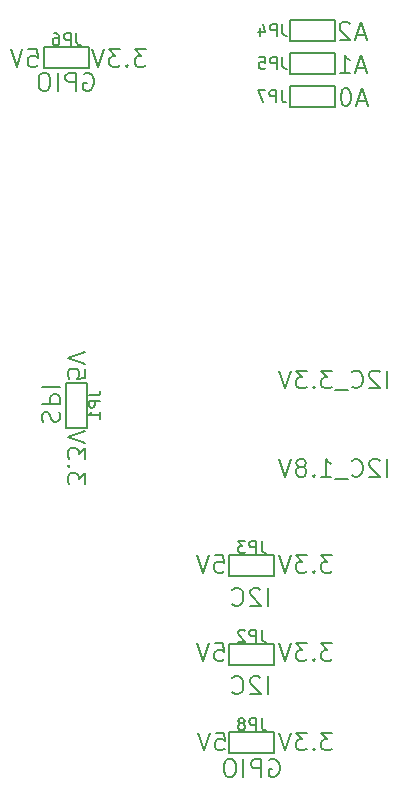
<source format=gbo>
G04 #@! TF.FileFunction,Legend,Bot*
%FSLAX46Y46*%
G04 Gerber Fmt 4.6, Leading zero omitted, Abs format (unit mm)*
G04 Created by KiCad (PCBNEW 4.0.4-stable) date 12/01/16 01:31:52*
%MOMM*%
%LPD*%
G01*
G04 APERTURE LIST*
%ADD10C,0.100000*%
%ADD11C,0.200000*%
%ADD12C,0.150000*%
%ADD13R,1.350000X1.350000*%
%ADD14C,1.350000*%
%ADD15R,1.270000X0.965200*%
%ADD16R,0.965200X1.270000*%
%ADD17R,2.235200X2.235200*%
%ADD18R,2.032000X2.032000*%
%ADD19O,2.032000X2.032000*%
%ADD20R,2.032000X1.727200*%
%ADD21O,2.032000X1.727200*%
%ADD22R,1.750000X1.750000*%
%ADD23C,1.750000*%
%ADD24R,2.500000X2.500000*%
%ADD25C,2.500000*%
%ADD26C,1.501140*%
%ADD27R,1.700000X1.700000*%
%ADD28C,1.700000*%
G04 APERTURE END LIST*
D10*
D11*
X176500000Y-82250000D02*
X176642857Y-82178571D01*
X176857143Y-82178571D01*
X177071428Y-82250000D01*
X177214286Y-82392857D01*
X177285714Y-82535714D01*
X177357143Y-82821429D01*
X177357143Y-83035714D01*
X177285714Y-83321429D01*
X177214286Y-83464286D01*
X177071428Y-83607143D01*
X176857143Y-83678571D01*
X176714286Y-83678571D01*
X176500000Y-83607143D01*
X176428571Y-83535714D01*
X176428571Y-83035714D01*
X176714286Y-83035714D01*
X175785714Y-83678571D02*
X175785714Y-82178571D01*
X175214286Y-82178571D01*
X175071428Y-82250000D01*
X175000000Y-82321429D01*
X174928571Y-82464286D01*
X174928571Y-82678571D01*
X175000000Y-82821429D01*
X175071428Y-82892857D01*
X175214286Y-82964286D01*
X175785714Y-82964286D01*
X174285714Y-83678571D02*
X174285714Y-82178571D01*
X173285714Y-82178571D02*
X173000000Y-82178571D01*
X172857142Y-82250000D01*
X172714285Y-82392857D01*
X172642857Y-82678571D01*
X172642857Y-83178571D01*
X172714285Y-83464286D01*
X172857142Y-83607143D01*
X173000000Y-83678571D01*
X173285714Y-83678571D01*
X173428571Y-83607143D01*
X173571428Y-83464286D01*
X173642857Y-83178571D01*
X173642857Y-82678571D01*
X173571428Y-82392857D01*
X173428571Y-82250000D01*
X173285714Y-82178571D01*
X172992857Y-111735714D02*
X172921429Y-111521428D01*
X172921429Y-111164285D01*
X172992857Y-111021428D01*
X173064286Y-110949999D01*
X173207143Y-110878571D01*
X173350000Y-110878571D01*
X173492857Y-110949999D01*
X173564286Y-111021428D01*
X173635714Y-111164285D01*
X173707143Y-111449999D01*
X173778571Y-111592857D01*
X173850000Y-111664285D01*
X173992857Y-111735714D01*
X174135714Y-111735714D01*
X174278571Y-111664285D01*
X174350000Y-111592857D01*
X174421429Y-111449999D01*
X174421429Y-111092857D01*
X174350000Y-110878571D01*
X172921429Y-110235714D02*
X174421429Y-110235714D01*
X174421429Y-109664286D01*
X174350000Y-109521428D01*
X174278571Y-109450000D01*
X174135714Y-109378571D01*
X173921429Y-109378571D01*
X173778571Y-109450000D01*
X173707143Y-109521428D01*
X173635714Y-109664286D01*
X173635714Y-110235714D01*
X172921429Y-108735714D02*
X174421429Y-108735714D01*
X176621429Y-107285713D02*
X176621429Y-107999999D01*
X175907143Y-108071428D01*
X175978571Y-107999999D01*
X176050000Y-107857142D01*
X176050000Y-107499999D01*
X175978571Y-107357142D01*
X175907143Y-107285713D01*
X175764286Y-107214285D01*
X175407143Y-107214285D01*
X175264286Y-107285713D01*
X175192857Y-107357142D01*
X175121429Y-107499999D01*
X175121429Y-107857142D01*
X175192857Y-107999999D01*
X175264286Y-108071428D01*
X176621429Y-106785714D02*
X175121429Y-106285714D01*
X176621429Y-105785714D01*
X176621429Y-117014285D02*
X176621429Y-116085714D01*
X176050000Y-116585714D01*
X176050000Y-116371428D01*
X175978571Y-116228571D01*
X175907143Y-116157142D01*
X175764286Y-116085714D01*
X175407143Y-116085714D01*
X175264286Y-116157142D01*
X175192857Y-116228571D01*
X175121429Y-116371428D01*
X175121429Y-116800000D01*
X175192857Y-116942857D01*
X175264286Y-117014285D01*
X175264286Y-115442857D02*
X175192857Y-115371429D01*
X175121429Y-115442857D01*
X175192857Y-115514286D01*
X175264286Y-115442857D01*
X175121429Y-115442857D01*
X176621429Y-114871428D02*
X176621429Y-113942857D01*
X176050000Y-114442857D01*
X176050000Y-114228571D01*
X175978571Y-114085714D01*
X175907143Y-114014285D01*
X175764286Y-113942857D01*
X175407143Y-113942857D01*
X175264286Y-114014285D01*
X175192857Y-114085714D01*
X175121429Y-114228571D01*
X175121429Y-114657143D01*
X175192857Y-114800000D01*
X175264286Y-114871428D01*
X176621429Y-113514286D02*
X175121429Y-113014286D01*
X176621429Y-112514286D01*
X171785713Y-80178571D02*
X172499999Y-80178571D01*
X172571428Y-80892857D01*
X172499999Y-80821429D01*
X172357142Y-80750000D01*
X171999999Y-80750000D01*
X171857142Y-80821429D01*
X171785713Y-80892857D01*
X171714285Y-81035714D01*
X171714285Y-81392857D01*
X171785713Y-81535714D01*
X171857142Y-81607143D01*
X171999999Y-81678571D01*
X172357142Y-81678571D01*
X172499999Y-81607143D01*
X172571428Y-81535714D01*
X171285714Y-80178571D02*
X170785714Y-81678571D01*
X170285714Y-80178571D01*
X181714285Y-80178571D02*
X180785714Y-80178571D01*
X181285714Y-80750000D01*
X181071428Y-80750000D01*
X180928571Y-80821429D01*
X180857142Y-80892857D01*
X180785714Y-81035714D01*
X180785714Y-81392857D01*
X180857142Y-81535714D01*
X180928571Y-81607143D01*
X181071428Y-81678571D01*
X181500000Y-81678571D01*
X181642857Y-81607143D01*
X181714285Y-81535714D01*
X180142857Y-81535714D02*
X180071429Y-81607143D01*
X180142857Y-81678571D01*
X180214286Y-81607143D01*
X180142857Y-81535714D01*
X180142857Y-81678571D01*
X179571428Y-80178571D02*
X178642857Y-80178571D01*
X179142857Y-80750000D01*
X178928571Y-80750000D01*
X178785714Y-80821429D01*
X178714285Y-80892857D01*
X178642857Y-81035714D01*
X178642857Y-81392857D01*
X178714285Y-81535714D01*
X178785714Y-81607143D01*
X178928571Y-81678571D01*
X179357143Y-81678571D01*
X179500000Y-81607143D01*
X179571428Y-81535714D01*
X178214286Y-80178571D02*
X177714286Y-81678571D01*
X177214286Y-80178571D01*
X200271428Y-81750000D02*
X199557142Y-81750000D01*
X200414285Y-82178571D02*
X199914285Y-80678571D01*
X199414285Y-82178571D01*
X198128571Y-82178571D02*
X198985714Y-82178571D01*
X198557142Y-82178571D02*
X198557142Y-80678571D01*
X198699999Y-80892857D01*
X198842857Y-81035714D01*
X198985714Y-81107143D01*
X200371428Y-84550000D02*
X199657142Y-84550000D01*
X200514285Y-84978571D02*
X200014285Y-83478571D01*
X199514285Y-84978571D01*
X198728571Y-83478571D02*
X198585714Y-83478571D01*
X198442857Y-83550000D01*
X198371428Y-83621429D01*
X198299999Y-83764286D01*
X198228571Y-84050000D01*
X198228571Y-84407143D01*
X198299999Y-84692857D01*
X198371428Y-84835714D01*
X198442857Y-84907143D01*
X198585714Y-84978571D01*
X198728571Y-84978571D01*
X198871428Y-84907143D01*
X198942857Y-84835714D01*
X199014285Y-84692857D01*
X199085714Y-84407143D01*
X199085714Y-84050000D01*
X199014285Y-83764286D01*
X198942857Y-83621429D01*
X198871428Y-83550000D01*
X198728571Y-83478571D01*
X200271428Y-78950000D02*
X199557142Y-78950000D01*
X200414285Y-79378571D02*
X199914285Y-77878571D01*
X199414285Y-79378571D01*
X198985714Y-78021429D02*
X198914285Y-77950000D01*
X198771428Y-77878571D01*
X198414285Y-77878571D01*
X198271428Y-77950000D01*
X198199999Y-78021429D01*
X198128571Y-78164286D01*
X198128571Y-78307143D01*
X198199999Y-78521429D01*
X199057142Y-79378571D01*
X198128571Y-79378571D01*
X192200000Y-140350000D02*
X192342857Y-140278571D01*
X192557143Y-140278571D01*
X192771428Y-140350000D01*
X192914286Y-140492857D01*
X192985714Y-140635714D01*
X193057143Y-140921429D01*
X193057143Y-141135714D01*
X192985714Y-141421429D01*
X192914286Y-141564286D01*
X192771428Y-141707143D01*
X192557143Y-141778571D01*
X192414286Y-141778571D01*
X192200000Y-141707143D01*
X192128571Y-141635714D01*
X192128571Y-141135714D01*
X192414286Y-141135714D01*
X191485714Y-141778571D02*
X191485714Y-140278571D01*
X190914286Y-140278571D01*
X190771428Y-140350000D01*
X190700000Y-140421429D01*
X190628571Y-140564286D01*
X190628571Y-140778571D01*
X190700000Y-140921429D01*
X190771428Y-140992857D01*
X190914286Y-141064286D01*
X191485714Y-141064286D01*
X189985714Y-141778571D02*
X189985714Y-140278571D01*
X188985714Y-140278571D02*
X188700000Y-140278571D01*
X188557142Y-140350000D01*
X188414285Y-140492857D01*
X188342857Y-140778571D01*
X188342857Y-141278571D01*
X188414285Y-141564286D01*
X188557142Y-141707143D01*
X188700000Y-141778571D01*
X188985714Y-141778571D01*
X189128571Y-141707143D01*
X189271428Y-141564286D01*
X189342857Y-141278571D01*
X189342857Y-140778571D01*
X189271428Y-140492857D01*
X189128571Y-140350000D01*
X188985714Y-140278571D01*
X192064285Y-134778571D02*
X192064285Y-133278571D01*
X191421428Y-133421429D02*
X191349999Y-133350000D01*
X191207142Y-133278571D01*
X190849999Y-133278571D01*
X190707142Y-133350000D01*
X190635713Y-133421429D01*
X190564285Y-133564286D01*
X190564285Y-133707143D01*
X190635713Y-133921429D01*
X191492856Y-134778571D01*
X190564285Y-134778571D01*
X189064285Y-134635714D02*
X189135714Y-134707143D01*
X189350000Y-134778571D01*
X189492857Y-134778571D01*
X189707142Y-134707143D01*
X189850000Y-134564286D01*
X189921428Y-134421429D01*
X189992857Y-134135714D01*
X189992857Y-133921429D01*
X189921428Y-133635714D01*
X189850000Y-133492857D01*
X189707142Y-133350000D01*
X189492857Y-133278571D01*
X189350000Y-133278571D01*
X189135714Y-133350000D01*
X189064285Y-133421429D01*
X202164285Y-108878571D02*
X202164285Y-107378571D01*
X201521428Y-107521429D02*
X201449999Y-107450000D01*
X201307142Y-107378571D01*
X200949999Y-107378571D01*
X200807142Y-107450000D01*
X200735713Y-107521429D01*
X200664285Y-107664286D01*
X200664285Y-107807143D01*
X200735713Y-108021429D01*
X201592856Y-108878571D01*
X200664285Y-108878571D01*
X199164285Y-108735714D02*
X199235714Y-108807143D01*
X199450000Y-108878571D01*
X199592857Y-108878571D01*
X199807142Y-108807143D01*
X199950000Y-108664286D01*
X200021428Y-108521429D01*
X200092857Y-108235714D01*
X200092857Y-108021429D01*
X200021428Y-107735714D01*
X199950000Y-107592857D01*
X199807142Y-107450000D01*
X199592857Y-107378571D01*
X199450000Y-107378571D01*
X199235714Y-107450000D01*
X199164285Y-107521429D01*
X198878571Y-109021429D02*
X197735714Y-109021429D01*
X197521428Y-107378571D02*
X196592857Y-107378571D01*
X197092857Y-107950000D01*
X196878571Y-107950000D01*
X196735714Y-108021429D01*
X196664285Y-108092857D01*
X196592857Y-108235714D01*
X196592857Y-108592857D01*
X196664285Y-108735714D01*
X196735714Y-108807143D01*
X196878571Y-108878571D01*
X197307143Y-108878571D01*
X197450000Y-108807143D01*
X197521428Y-108735714D01*
X195950000Y-108735714D02*
X195878572Y-108807143D01*
X195950000Y-108878571D01*
X196021429Y-108807143D01*
X195950000Y-108735714D01*
X195950000Y-108878571D01*
X195378571Y-107378571D02*
X194450000Y-107378571D01*
X194950000Y-107950000D01*
X194735714Y-107950000D01*
X194592857Y-108021429D01*
X194521428Y-108092857D01*
X194450000Y-108235714D01*
X194450000Y-108592857D01*
X194521428Y-108735714D01*
X194592857Y-108807143D01*
X194735714Y-108878571D01*
X195164286Y-108878571D01*
X195307143Y-108807143D01*
X195378571Y-108735714D01*
X194021429Y-107378571D02*
X193521429Y-108878571D01*
X193021429Y-107378571D01*
X202164285Y-116378571D02*
X202164285Y-114878571D01*
X201521428Y-115021429D02*
X201449999Y-114950000D01*
X201307142Y-114878571D01*
X200949999Y-114878571D01*
X200807142Y-114950000D01*
X200735713Y-115021429D01*
X200664285Y-115164286D01*
X200664285Y-115307143D01*
X200735713Y-115521429D01*
X201592856Y-116378571D01*
X200664285Y-116378571D01*
X199164285Y-116235714D02*
X199235714Y-116307143D01*
X199450000Y-116378571D01*
X199592857Y-116378571D01*
X199807142Y-116307143D01*
X199950000Y-116164286D01*
X200021428Y-116021429D01*
X200092857Y-115735714D01*
X200092857Y-115521429D01*
X200021428Y-115235714D01*
X199950000Y-115092857D01*
X199807142Y-114950000D01*
X199592857Y-114878571D01*
X199450000Y-114878571D01*
X199235714Y-114950000D01*
X199164285Y-115021429D01*
X198878571Y-116521429D02*
X197735714Y-116521429D01*
X196592857Y-116378571D02*
X197450000Y-116378571D01*
X197021428Y-116378571D02*
X197021428Y-114878571D01*
X197164285Y-115092857D01*
X197307143Y-115235714D01*
X197450000Y-115307143D01*
X195950000Y-116235714D02*
X195878572Y-116307143D01*
X195950000Y-116378571D01*
X196021429Y-116307143D01*
X195950000Y-116235714D01*
X195950000Y-116378571D01*
X195021428Y-115521429D02*
X195164286Y-115450000D01*
X195235714Y-115378571D01*
X195307143Y-115235714D01*
X195307143Y-115164286D01*
X195235714Y-115021429D01*
X195164286Y-114950000D01*
X195021428Y-114878571D01*
X194735714Y-114878571D01*
X194592857Y-114950000D01*
X194521428Y-115021429D01*
X194450000Y-115164286D01*
X194450000Y-115235714D01*
X194521428Y-115378571D01*
X194592857Y-115450000D01*
X194735714Y-115521429D01*
X195021428Y-115521429D01*
X195164286Y-115592857D01*
X195235714Y-115664286D01*
X195307143Y-115807143D01*
X195307143Y-116092857D01*
X195235714Y-116235714D01*
X195164286Y-116307143D01*
X195021428Y-116378571D01*
X194735714Y-116378571D01*
X194592857Y-116307143D01*
X194521428Y-116235714D01*
X194450000Y-116092857D01*
X194450000Y-115807143D01*
X194521428Y-115664286D01*
X194592857Y-115592857D01*
X194735714Y-115521429D01*
X194021429Y-114878571D02*
X193521429Y-116378571D01*
X193021429Y-114878571D01*
X192064285Y-127278571D02*
X192064285Y-125778571D01*
X191421428Y-125921429D02*
X191349999Y-125850000D01*
X191207142Y-125778571D01*
X190849999Y-125778571D01*
X190707142Y-125850000D01*
X190635713Y-125921429D01*
X190564285Y-126064286D01*
X190564285Y-126207143D01*
X190635713Y-126421429D01*
X191492856Y-127278571D01*
X190564285Y-127278571D01*
X189064285Y-127135714D02*
X189135714Y-127207143D01*
X189350000Y-127278571D01*
X189492857Y-127278571D01*
X189707142Y-127207143D01*
X189850000Y-127064286D01*
X189921428Y-126921429D01*
X189992857Y-126635714D01*
X189992857Y-126421429D01*
X189921428Y-126135714D01*
X189850000Y-125992857D01*
X189707142Y-125850000D01*
X189492857Y-125778571D01*
X189350000Y-125778571D01*
X189135714Y-125850000D01*
X189064285Y-125921429D01*
X187585713Y-122978571D02*
X188299999Y-122978571D01*
X188371428Y-123692857D01*
X188299999Y-123621429D01*
X188157142Y-123550000D01*
X187799999Y-123550000D01*
X187657142Y-123621429D01*
X187585713Y-123692857D01*
X187514285Y-123835714D01*
X187514285Y-124192857D01*
X187585713Y-124335714D01*
X187657142Y-124407143D01*
X187799999Y-124478571D01*
X188157142Y-124478571D01*
X188299999Y-124407143D01*
X188371428Y-124335714D01*
X187085714Y-122978571D02*
X186585714Y-124478571D01*
X186085714Y-122978571D01*
X187585713Y-130478571D02*
X188299999Y-130478571D01*
X188371428Y-131192857D01*
X188299999Y-131121429D01*
X188157142Y-131050000D01*
X187799999Y-131050000D01*
X187657142Y-131121429D01*
X187585713Y-131192857D01*
X187514285Y-131335714D01*
X187514285Y-131692857D01*
X187585713Y-131835714D01*
X187657142Y-131907143D01*
X187799999Y-131978571D01*
X188157142Y-131978571D01*
X188299999Y-131907143D01*
X188371428Y-131835714D01*
X187085714Y-130478571D02*
X186585714Y-131978571D01*
X186085714Y-130478571D01*
X187635713Y-138028571D02*
X188349999Y-138028571D01*
X188421428Y-138742857D01*
X188349999Y-138671429D01*
X188207142Y-138600000D01*
X187849999Y-138600000D01*
X187707142Y-138671429D01*
X187635713Y-138742857D01*
X187564285Y-138885714D01*
X187564285Y-139242857D01*
X187635713Y-139385714D01*
X187707142Y-139457143D01*
X187849999Y-139528571D01*
X188207142Y-139528571D01*
X188349999Y-139457143D01*
X188421428Y-139385714D01*
X187135714Y-138028571D02*
X186635714Y-139528571D01*
X186135714Y-138028571D01*
X197514285Y-138028571D02*
X196585714Y-138028571D01*
X197085714Y-138600000D01*
X196871428Y-138600000D01*
X196728571Y-138671429D01*
X196657142Y-138742857D01*
X196585714Y-138885714D01*
X196585714Y-139242857D01*
X196657142Y-139385714D01*
X196728571Y-139457143D01*
X196871428Y-139528571D01*
X197300000Y-139528571D01*
X197442857Y-139457143D01*
X197514285Y-139385714D01*
X195942857Y-139385714D02*
X195871429Y-139457143D01*
X195942857Y-139528571D01*
X196014286Y-139457143D01*
X195942857Y-139385714D01*
X195942857Y-139528571D01*
X195371428Y-138028571D02*
X194442857Y-138028571D01*
X194942857Y-138600000D01*
X194728571Y-138600000D01*
X194585714Y-138671429D01*
X194514285Y-138742857D01*
X194442857Y-138885714D01*
X194442857Y-139242857D01*
X194514285Y-139385714D01*
X194585714Y-139457143D01*
X194728571Y-139528571D01*
X195157143Y-139528571D01*
X195300000Y-139457143D01*
X195371428Y-139385714D01*
X194014286Y-138028571D02*
X193514286Y-139528571D01*
X193014286Y-138028571D01*
X197514285Y-130478571D02*
X196585714Y-130478571D01*
X197085714Y-131050000D01*
X196871428Y-131050000D01*
X196728571Y-131121429D01*
X196657142Y-131192857D01*
X196585714Y-131335714D01*
X196585714Y-131692857D01*
X196657142Y-131835714D01*
X196728571Y-131907143D01*
X196871428Y-131978571D01*
X197300000Y-131978571D01*
X197442857Y-131907143D01*
X197514285Y-131835714D01*
X195942857Y-131835714D02*
X195871429Y-131907143D01*
X195942857Y-131978571D01*
X196014286Y-131907143D01*
X195942857Y-131835714D01*
X195942857Y-131978571D01*
X195371428Y-130478571D02*
X194442857Y-130478571D01*
X194942857Y-131050000D01*
X194728571Y-131050000D01*
X194585714Y-131121429D01*
X194514285Y-131192857D01*
X194442857Y-131335714D01*
X194442857Y-131692857D01*
X194514285Y-131835714D01*
X194585714Y-131907143D01*
X194728571Y-131978571D01*
X195157143Y-131978571D01*
X195300000Y-131907143D01*
X195371428Y-131835714D01*
X194014286Y-130478571D02*
X193514286Y-131978571D01*
X193014286Y-130478571D01*
X197514285Y-122978571D02*
X196585714Y-122978571D01*
X197085714Y-123550000D01*
X196871428Y-123550000D01*
X196728571Y-123621429D01*
X196657142Y-123692857D01*
X196585714Y-123835714D01*
X196585714Y-124192857D01*
X196657142Y-124335714D01*
X196728571Y-124407143D01*
X196871428Y-124478571D01*
X197300000Y-124478571D01*
X197442857Y-124407143D01*
X197514285Y-124335714D01*
X195942857Y-124335714D02*
X195871429Y-124407143D01*
X195942857Y-124478571D01*
X196014286Y-124407143D01*
X195942857Y-124335714D01*
X195942857Y-124478571D01*
X195371428Y-122978571D02*
X194442857Y-122978571D01*
X194942857Y-123550000D01*
X194728571Y-123550000D01*
X194585714Y-123621429D01*
X194514285Y-123692857D01*
X194442857Y-123835714D01*
X194442857Y-124192857D01*
X194514285Y-124335714D01*
X194585714Y-124407143D01*
X194728571Y-124478571D01*
X195157143Y-124478571D01*
X195300000Y-124407143D01*
X195371428Y-124335714D01*
X194014286Y-122978571D02*
X193514286Y-124478571D01*
X193014286Y-122978571D01*
D12*
X175011000Y-112205000D02*
X175011000Y-108395000D01*
X175011000Y-108395000D02*
X176789000Y-108395000D01*
X176789000Y-108395000D02*
X176789000Y-112205000D01*
X175011000Y-112205000D02*
X176789000Y-112205000D01*
X192605000Y-132289000D02*
X188795000Y-132289000D01*
X188795000Y-132289000D02*
X188795000Y-130511000D01*
X188795000Y-130511000D02*
X192605000Y-130511000D01*
X192605000Y-132289000D02*
X192605000Y-130511000D01*
X192605000Y-124789000D02*
X188795000Y-124789000D01*
X188795000Y-124789000D02*
X188795000Y-123011000D01*
X188795000Y-123011000D02*
X192605000Y-123011000D01*
X192605000Y-124789000D02*
X192605000Y-123011000D01*
X197705000Y-79489000D02*
X193895000Y-79489000D01*
X193895000Y-79489000D02*
X193895000Y-77711000D01*
X193895000Y-77711000D02*
X197705000Y-77711000D01*
X197705000Y-79489000D02*
X197705000Y-77711000D01*
X197705000Y-82289000D02*
X193895000Y-82289000D01*
X193895000Y-82289000D02*
X193895000Y-80511000D01*
X193895000Y-80511000D02*
X197705000Y-80511000D01*
X197705000Y-82289000D02*
X197705000Y-80511000D01*
X176905000Y-81789000D02*
X173095000Y-81789000D01*
X173095000Y-81789000D02*
X173095000Y-80011000D01*
X173095000Y-80011000D02*
X176905000Y-80011000D01*
X176905000Y-81789000D02*
X176905000Y-80011000D01*
X197705000Y-85089000D02*
X193895000Y-85089000D01*
X193895000Y-85089000D02*
X193895000Y-83311000D01*
X193895000Y-83311000D02*
X197705000Y-83311000D01*
X197705000Y-85089000D02*
X197705000Y-83311000D01*
X192605000Y-139789000D02*
X188795000Y-139789000D01*
X188795000Y-139789000D02*
X188795000Y-138011000D01*
X188795000Y-138011000D02*
X192605000Y-138011000D01*
X192605000Y-139789000D02*
X192605000Y-138011000D01*
X176876381Y-109466667D02*
X177590667Y-109466667D01*
X177733524Y-109419047D01*
X177828762Y-109323809D01*
X177876381Y-109180952D01*
X177876381Y-109085714D01*
X177876381Y-109942857D02*
X176876381Y-109942857D01*
X176876381Y-110323810D01*
X176924000Y-110419048D01*
X176971619Y-110466667D01*
X177066857Y-110514286D01*
X177209714Y-110514286D01*
X177304952Y-110466667D01*
X177352571Y-110419048D01*
X177400190Y-110323810D01*
X177400190Y-109942857D01*
X177876381Y-111466667D02*
X177876381Y-110895238D01*
X177876381Y-111180952D02*
X176876381Y-111180952D01*
X177019238Y-111085714D01*
X177114476Y-110990476D01*
X177162095Y-110895238D01*
X191533333Y-129328381D02*
X191533333Y-130042667D01*
X191580953Y-130185524D01*
X191676191Y-130280762D01*
X191819048Y-130328381D01*
X191914286Y-130328381D01*
X191057143Y-130328381D02*
X191057143Y-129328381D01*
X190676190Y-129328381D01*
X190580952Y-129376000D01*
X190533333Y-129423619D01*
X190485714Y-129518857D01*
X190485714Y-129661714D01*
X190533333Y-129756952D01*
X190580952Y-129804571D01*
X190676190Y-129852190D01*
X191057143Y-129852190D01*
X190104762Y-129423619D02*
X190057143Y-129376000D01*
X189961905Y-129328381D01*
X189723809Y-129328381D01*
X189628571Y-129376000D01*
X189580952Y-129423619D01*
X189533333Y-129518857D01*
X189533333Y-129614095D01*
X189580952Y-129756952D01*
X190152381Y-130328381D01*
X189533333Y-130328381D01*
X191533333Y-121828381D02*
X191533333Y-122542667D01*
X191580953Y-122685524D01*
X191676191Y-122780762D01*
X191819048Y-122828381D01*
X191914286Y-122828381D01*
X191057143Y-122828381D02*
X191057143Y-121828381D01*
X190676190Y-121828381D01*
X190580952Y-121876000D01*
X190533333Y-121923619D01*
X190485714Y-122018857D01*
X190485714Y-122161714D01*
X190533333Y-122256952D01*
X190580952Y-122304571D01*
X190676190Y-122352190D01*
X191057143Y-122352190D01*
X190152381Y-121828381D02*
X189533333Y-121828381D01*
X189866667Y-122209333D01*
X189723809Y-122209333D01*
X189628571Y-122256952D01*
X189580952Y-122304571D01*
X189533333Y-122399810D01*
X189533333Y-122637905D01*
X189580952Y-122733143D01*
X189628571Y-122780762D01*
X189723809Y-122828381D01*
X190009524Y-122828381D01*
X190104762Y-122780762D01*
X190152381Y-122733143D01*
X193276191Y-78052381D02*
X193276191Y-78766667D01*
X193323811Y-78909524D01*
X193419049Y-79004762D01*
X193561906Y-79052381D01*
X193657144Y-79052381D01*
X192800001Y-79052381D02*
X192800001Y-78052381D01*
X192419048Y-78052381D01*
X192323810Y-78100000D01*
X192276191Y-78147619D01*
X192228572Y-78242857D01*
X192228572Y-78385714D01*
X192276191Y-78480952D01*
X192323810Y-78528571D01*
X192419048Y-78576190D01*
X192800001Y-78576190D01*
X191371429Y-78385714D02*
X191371429Y-79052381D01*
X191609525Y-78004762D02*
X191847620Y-78719048D01*
X191228572Y-78719048D01*
X193276191Y-80852381D02*
X193276191Y-81566667D01*
X193323811Y-81709524D01*
X193419049Y-81804762D01*
X193561906Y-81852381D01*
X193657144Y-81852381D01*
X192800001Y-81852381D02*
X192800001Y-80852381D01*
X192419048Y-80852381D01*
X192323810Y-80900000D01*
X192276191Y-80947619D01*
X192228572Y-81042857D01*
X192228572Y-81185714D01*
X192276191Y-81280952D01*
X192323810Y-81328571D01*
X192419048Y-81376190D01*
X192800001Y-81376190D01*
X191323810Y-80852381D02*
X191800001Y-80852381D01*
X191847620Y-81328571D01*
X191800001Y-81280952D01*
X191704763Y-81233333D01*
X191466667Y-81233333D01*
X191371429Y-81280952D01*
X191323810Y-81328571D01*
X191276191Y-81423810D01*
X191276191Y-81661905D01*
X191323810Y-81757143D01*
X191371429Y-81804762D01*
X191466667Y-81852381D01*
X191704763Y-81852381D01*
X191800001Y-81804762D01*
X191847620Y-81757143D01*
X175833333Y-78828381D02*
X175833333Y-79542667D01*
X175880953Y-79685524D01*
X175976191Y-79780762D01*
X176119048Y-79828381D01*
X176214286Y-79828381D01*
X175357143Y-79828381D02*
X175357143Y-78828381D01*
X174976190Y-78828381D01*
X174880952Y-78876000D01*
X174833333Y-78923619D01*
X174785714Y-79018857D01*
X174785714Y-79161714D01*
X174833333Y-79256952D01*
X174880952Y-79304571D01*
X174976190Y-79352190D01*
X175357143Y-79352190D01*
X173928571Y-78828381D02*
X174119048Y-78828381D01*
X174214286Y-78876000D01*
X174261905Y-78923619D01*
X174357143Y-79066476D01*
X174404762Y-79256952D01*
X174404762Y-79637905D01*
X174357143Y-79733143D01*
X174309524Y-79780762D01*
X174214286Y-79828381D01*
X174023809Y-79828381D01*
X173928571Y-79780762D01*
X173880952Y-79733143D01*
X173833333Y-79637905D01*
X173833333Y-79399810D01*
X173880952Y-79304571D01*
X173928571Y-79256952D01*
X174023809Y-79209333D01*
X174214286Y-79209333D01*
X174309524Y-79256952D01*
X174357143Y-79304571D01*
X174404762Y-79399810D01*
X193233333Y-83652381D02*
X193233333Y-84366667D01*
X193280953Y-84509524D01*
X193376191Y-84604762D01*
X193519048Y-84652381D01*
X193614286Y-84652381D01*
X192757143Y-84652381D02*
X192757143Y-83652381D01*
X192376190Y-83652381D01*
X192280952Y-83700000D01*
X192233333Y-83747619D01*
X192185714Y-83842857D01*
X192185714Y-83985714D01*
X192233333Y-84080952D01*
X192280952Y-84128571D01*
X192376190Y-84176190D01*
X192757143Y-84176190D01*
X191852381Y-83652381D02*
X191185714Y-83652381D01*
X191614286Y-84652381D01*
X191533333Y-136828381D02*
X191533333Y-137542667D01*
X191580953Y-137685524D01*
X191676191Y-137780762D01*
X191819048Y-137828381D01*
X191914286Y-137828381D01*
X191057143Y-137828381D02*
X191057143Y-136828381D01*
X190676190Y-136828381D01*
X190580952Y-136876000D01*
X190533333Y-136923619D01*
X190485714Y-137018857D01*
X190485714Y-137161714D01*
X190533333Y-137256952D01*
X190580952Y-137304571D01*
X190676190Y-137352190D01*
X191057143Y-137352190D01*
X189914286Y-137256952D02*
X190009524Y-137209333D01*
X190057143Y-137161714D01*
X190104762Y-137066476D01*
X190104762Y-137018857D01*
X190057143Y-136923619D01*
X190009524Y-136876000D01*
X189914286Y-136828381D01*
X189723809Y-136828381D01*
X189628571Y-136876000D01*
X189580952Y-136923619D01*
X189533333Y-137018857D01*
X189533333Y-137066476D01*
X189580952Y-137161714D01*
X189628571Y-137209333D01*
X189723809Y-137256952D01*
X189914286Y-137256952D01*
X190009524Y-137304571D01*
X190057143Y-137352190D01*
X190104762Y-137447429D01*
X190104762Y-137637905D01*
X190057143Y-137733143D01*
X190009524Y-137780762D01*
X189914286Y-137828381D01*
X189723809Y-137828381D01*
X189628571Y-137780762D01*
X189580952Y-137733143D01*
X189533333Y-137637905D01*
X189533333Y-137447429D01*
X189580952Y-137352190D01*
X189628571Y-137304571D01*
X189723809Y-137256952D01*
%LPC*%
D13*
X162500000Y-95500000D03*
D14*
X162500000Y-97500000D03*
X162500000Y-99500000D03*
X162500000Y-101500000D03*
X162500000Y-103500000D03*
X162500000Y-105500000D03*
X162500000Y-107500000D03*
X162500000Y-109500000D03*
X162500000Y-111500000D03*
X162500000Y-113500000D03*
X162500000Y-115500000D03*
X162500000Y-117500000D03*
X162500000Y-119500000D03*
X162500000Y-121500000D03*
X162500000Y-123500000D03*
X162500000Y-125500000D03*
X162500000Y-127500000D03*
X162500000Y-129500000D03*
X162500000Y-131500000D03*
X162500000Y-133500000D03*
X162500000Y-135500000D03*
X162500000Y-137500000D03*
X162500000Y-139500000D03*
X162500000Y-141500000D03*
X162500000Y-143500000D03*
X164500000Y-95500000D03*
X164500000Y-97500000D03*
X164500000Y-99500000D03*
X164500000Y-101500000D03*
X164500000Y-103500000D03*
X164500000Y-105500000D03*
X164500000Y-107500000D03*
X164500000Y-109500000D03*
X164500000Y-111500000D03*
X164500000Y-113500000D03*
X164500000Y-115500000D03*
X164500000Y-117500000D03*
X164500000Y-119500000D03*
X164500000Y-121500000D03*
X164500000Y-123500000D03*
X164500000Y-125500000D03*
X164500000Y-127500000D03*
X164500000Y-129500000D03*
X164500000Y-131500000D03*
X164500000Y-133500000D03*
X164500000Y-135500000D03*
X164500000Y-137500000D03*
X164500000Y-139500000D03*
X164500000Y-141500000D03*
X164500000Y-143500000D03*
D15*
X175900000Y-111570000D03*
X175900000Y-110300000D03*
X175900000Y-109030000D03*
D16*
X191970000Y-131400000D03*
X190700000Y-131400000D03*
X189430000Y-131400000D03*
X191970000Y-123900000D03*
X190700000Y-123900000D03*
X189430000Y-123900000D03*
X197070000Y-78600000D03*
X195800000Y-78600000D03*
X194530000Y-78600000D03*
X197070000Y-81400000D03*
X195800000Y-81400000D03*
X194530000Y-81400000D03*
X176270000Y-80900000D03*
X175000000Y-80900000D03*
X173730000Y-80900000D03*
X197070000Y-84200000D03*
X195800000Y-84200000D03*
X194530000Y-84200000D03*
X191970000Y-138900000D03*
X190700000Y-138900000D03*
X189430000Y-138900000D03*
D13*
X156500000Y-95500000D03*
D14*
X156500000Y-97500000D03*
X156500000Y-99500000D03*
X156500000Y-101500000D03*
X156500000Y-103500000D03*
X156500000Y-105500000D03*
X156500000Y-107500000D03*
X156500000Y-109500000D03*
X156500000Y-111500000D03*
X156500000Y-113500000D03*
X156500000Y-115500000D03*
X156500000Y-117500000D03*
X156500000Y-119500000D03*
X156500000Y-121500000D03*
X156500000Y-123500000D03*
X156500000Y-125500000D03*
X156500000Y-127500000D03*
X156500000Y-129500000D03*
X156500000Y-131500000D03*
X156500000Y-133500000D03*
X156500000Y-135500000D03*
X156500000Y-137500000D03*
X156500000Y-139500000D03*
X156500000Y-141500000D03*
X156500000Y-143500000D03*
D13*
X158500000Y-95500000D03*
D14*
X158500000Y-97500000D03*
X158500000Y-99500000D03*
X158500000Y-101500000D03*
X158500000Y-103500000D03*
X158500000Y-105500000D03*
X158500000Y-107500000D03*
X158500000Y-109500000D03*
X158500000Y-111500000D03*
X158500000Y-113500000D03*
X158500000Y-115500000D03*
X158500000Y-117500000D03*
X158500000Y-119500000D03*
X158500000Y-121500000D03*
X158500000Y-123500000D03*
X158500000Y-125500000D03*
X158500000Y-127500000D03*
X158500000Y-129500000D03*
X158500000Y-131500000D03*
X158500000Y-133500000D03*
X158500000Y-135500000D03*
X158500000Y-137500000D03*
X158500000Y-139500000D03*
X158500000Y-141500000D03*
X158500000Y-143500000D03*
X160500000Y-95500000D03*
X160500000Y-97500000D03*
X160500000Y-99500000D03*
X160500000Y-101500000D03*
X160500000Y-103500000D03*
X160500000Y-105500000D03*
X160500000Y-107500000D03*
X160500000Y-109500000D03*
X160500000Y-111500000D03*
X160500000Y-113500000D03*
X160500000Y-115500000D03*
X160500000Y-117500000D03*
X160500000Y-119500000D03*
X160500000Y-121500000D03*
X160500000Y-123500000D03*
X160500000Y-125500000D03*
X160500000Y-127500000D03*
X160500000Y-129500000D03*
X160500000Y-131500000D03*
X160500000Y-133500000D03*
X160500000Y-135500000D03*
X160500000Y-137500000D03*
X160500000Y-139500000D03*
X160500000Y-141500000D03*
X160500000Y-143500000D03*
D17*
X201700000Y-77500000D03*
D18*
X199000000Y-90000000D03*
D19*
X196460000Y-90000000D03*
D20*
X192900000Y-95960000D03*
D21*
X192900000Y-98500000D03*
X192900000Y-101040000D03*
D22*
X194500000Y-133200000D03*
D23*
X197000000Y-133200000D03*
X199500000Y-133200000D03*
X202000000Y-133200000D03*
D22*
X194500000Y-125700000D03*
D23*
X197000000Y-125700000D03*
X199500000Y-125700000D03*
X202000000Y-125700000D03*
D22*
X194500000Y-110700000D03*
D23*
X197000000Y-110700000D03*
X199500000Y-110700000D03*
X202000000Y-110700000D03*
D22*
X194500000Y-118200000D03*
D23*
X197000000Y-118200000D03*
X199500000Y-118200000D03*
X202000000Y-118200000D03*
D22*
X202000000Y-146000000D03*
D23*
X199500000Y-146000000D03*
X197000000Y-146000000D03*
X194500000Y-146000000D03*
X192000000Y-146000000D03*
X189500000Y-146000000D03*
X187000000Y-146000000D03*
X184500000Y-146000000D03*
X182000000Y-146000000D03*
X179500000Y-146000000D03*
D24*
X200200000Y-99750000D03*
D25*
X200200000Y-94750000D03*
D26*
X178059060Y-95650000D03*
X182940940Y-95650000D03*
D27*
X175000000Y-72000000D03*
D28*
X175000000Y-69460000D03*
X177540000Y-72000000D03*
X177540000Y-69460000D03*
X180080000Y-72000000D03*
X180080000Y-69460000D03*
X182620000Y-72000000D03*
X182620000Y-69460000D03*
X185160000Y-72000000D03*
X185160000Y-69460000D03*
X187700000Y-72000000D03*
X187700000Y-69460000D03*
X190240000Y-72000000D03*
X190240000Y-69460000D03*
X192780000Y-72000000D03*
X192780000Y-69460000D03*
X195320000Y-72000000D03*
X195320000Y-69460000D03*
X197860000Y-72000000D03*
X197860000Y-69460000D03*
M02*

</source>
